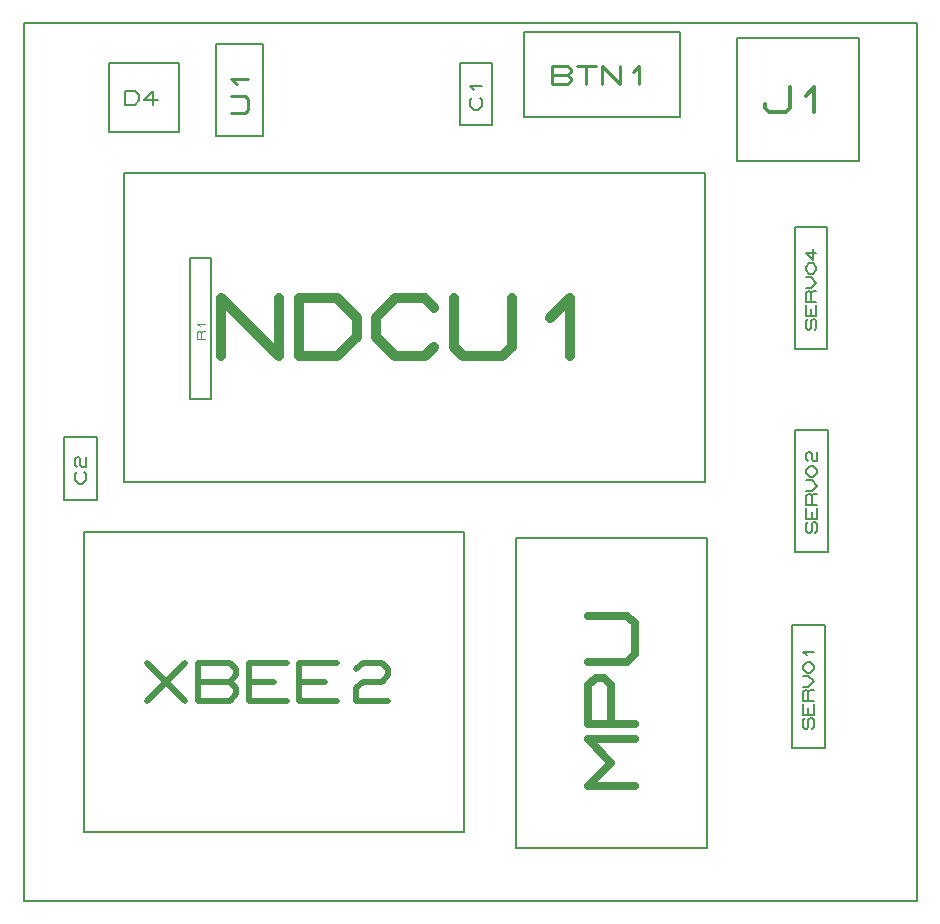
<source format=gbr>
G04 PROTEUS GERBER X2 FILE*
%TF.GenerationSoftware,Labcenter,Proteus,8.6-SP2-Build23525*%
%TF.CreationDate,2021-03-06T05:49:37+00:00*%
%TF.FileFunction,AssemblyDrawing,Top*%
%TF.FilePolarity,Positive*%
%TF.Part,Single*%
%FSLAX45Y45*%
%MOMM*%
G01*
%TA.AperFunction,Material*%
%ADD71C,0.203200*%
%ADD28C,0.820050*%
%ADD29C,0.264060*%
%ADD72C,0.106680*%
%ADD73C,0.197270*%
%ADD30C,0.148040*%
%TA.AperFunction,Profile*%
%ADD19C,0.203200*%
%TA.AperFunction,Material*%
%ADD31C,0.240790*%
%ADD32C,0.164590*%
%ADD33C,0.345440*%
%ADD34C,0.536880*%
%ADD35C,0.655080*%
%TD.AperFunction*%
D71*
X-3117601Y-2957620D02*
X+1802719Y-2957620D01*
X+1802719Y-337300D01*
X-3117601Y-337300D01*
X-3117601Y-2957620D01*
D28*
X-2297546Y-1893476D02*
X-2297546Y-1401444D01*
X-1805515Y-1893476D01*
X-1805515Y-1401444D01*
X-1641504Y-1893476D02*
X-1641504Y-1401444D01*
X-1313483Y-1401444D01*
X-1149473Y-1565455D01*
X-1149473Y-1729465D01*
X-1313483Y-1893476D01*
X-1641504Y-1893476D01*
X-493431Y-1811471D02*
X-575436Y-1893476D01*
X-821452Y-1893476D01*
X-985462Y-1729465D01*
X-985462Y-1565455D01*
X-821452Y-1401444D01*
X-575436Y-1401444D01*
X-493431Y-1483449D01*
X-329420Y-1401444D02*
X-329420Y-1811471D01*
X-247415Y-1893476D01*
X+80606Y-1893476D01*
X+162611Y-1811471D01*
X+162611Y-1401444D01*
X+490632Y-1565455D02*
X+654643Y-1401444D01*
X+654643Y-1893476D01*
D71*
X+265041Y+129840D02*
X+1585361Y+129840D01*
X+1585361Y+850160D01*
X+265041Y+850160D01*
X+265041Y+129840D01*
D29*
X+502699Y+410780D02*
X+502699Y+569219D01*
X+634730Y+569219D01*
X+661137Y+542812D01*
X+661137Y+516406D01*
X+634730Y+490000D01*
X+661137Y+463593D01*
X+661137Y+437187D01*
X+634730Y+410780D01*
X+502699Y+410780D01*
X+502699Y+490000D02*
X+634730Y+490000D01*
X+713950Y+569219D02*
X+872388Y+569219D01*
X+793169Y+569219D02*
X+793169Y+410780D01*
X+925201Y+410780D02*
X+925201Y+569219D01*
X+1083639Y+410780D01*
X+1083639Y+569219D01*
X+1189264Y+516406D02*
X+1242077Y+569219D01*
X+1242077Y+410780D01*
D71*
X-2558430Y-2258085D02*
X-2380630Y-2258085D01*
X-2380630Y-1064285D01*
X-2558430Y-1064285D01*
X-2558430Y-2258085D01*
D72*
X-2437526Y-1746529D02*
X-2501534Y-1746529D01*
X-2501534Y-1693189D01*
X-2490866Y-1682521D01*
X-2480198Y-1682521D01*
X-2469530Y-1693189D01*
X-2469530Y-1746529D01*
X-2469530Y-1693189D02*
X-2458862Y-1682521D01*
X-2437526Y-1682521D01*
X-2480198Y-1639849D02*
X-2501534Y-1618513D01*
X-2437526Y-1618513D01*
D71*
X-3247160Y+2340D02*
X-2655340Y+2340D01*
X-2655340Y+594160D01*
X-3247160Y+594160D01*
X-3247160Y+2340D01*
D73*
X-3109068Y+239068D02*
X-3109068Y+357432D01*
X-3030159Y+357432D01*
X-2990705Y+317977D01*
X-2990705Y+278523D01*
X-3030159Y+239068D01*
X-3109068Y+239068D01*
X-2832887Y+278523D02*
X-2951250Y+278523D01*
X-2872341Y+357432D01*
X-2872341Y+239068D01*
D71*
X+2537693Y-5206866D02*
X+2812013Y-5206866D01*
X+2812013Y-4170546D01*
X+2537693Y-4170546D01*
X+2537693Y-5206866D01*
D30*
X+2704462Y-5044014D02*
X+2719266Y-5029210D01*
X+2719266Y-4969992D01*
X+2704462Y-4955187D01*
X+2689657Y-4955187D01*
X+2674853Y-4969992D01*
X+2674853Y-5029210D01*
X+2660048Y-5044014D01*
X+2645244Y-5044014D01*
X+2630439Y-5029210D01*
X+2630439Y-4969992D01*
X+2645244Y-4955187D01*
X+2719266Y-4836751D02*
X+2719266Y-4925578D01*
X+2630439Y-4925578D01*
X+2630439Y-4836751D01*
X+2674853Y-4925578D02*
X+2674853Y-4866360D01*
X+2719266Y-4807142D02*
X+2630439Y-4807142D01*
X+2630439Y-4733120D01*
X+2645244Y-4718315D01*
X+2660048Y-4718315D01*
X+2674853Y-4733120D01*
X+2674853Y-4807142D01*
X+2674853Y-4733120D02*
X+2689657Y-4718315D01*
X+2719266Y-4718315D01*
X+2630439Y-4688706D02*
X+2674853Y-4688706D01*
X+2719266Y-4644293D01*
X+2674853Y-4599879D01*
X+2630439Y-4599879D01*
X+2660048Y-4570270D02*
X+2630439Y-4540661D01*
X+2630439Y-4511052D01*
X+2660048Y-4481443D01*
X+2689657Y-4481443D01*
X+2719266Y-4511052D01*
X+2719266Y-4540661D01*
X+2689657Y-4570270D01*
X+2660048Y-4570270D01*
X+2660048Y-4422225D02*
X+2630439Y-4392616D01*
X+2719266Y-4392616D01*
D71*
X+2565399Y-3549160D02*
X+2839719Y-3549160D01*
X+2839719Y-2512840D01*
X+2565399Y-2512840D01*
X+2565399Y-3549160D01*
D30*
X+2732168Y-3386308D02*
X+2746972Y-3371504D01*
X+2746972Y-3312286D01*
X+2732168Y-3297481D01*
X+2717363Y-3297481D01*
X+2702559Y-3312286D01*
X+2702559Y-3371504D01*
X+2687754Y-3386308D01*
X+2672950Y-3386308D01*
X+2658145Y-3371504D01*
X+2658145Y-3312286D01*
X+2672950Y-3297481D01*
X+2746972Y-3179045D02*
X+2746972Y-3267872D01*
X+2658145Y-3267872D01*
X+2658145Y-3179045D01*
X+2702559Y-3267872D02*
X+2702559Y-3208654D01*
X+2746972Y-3149436D02*
X+2658145Y-3149436D01*
X+2658145Y-3075414D01*
X+2672950Y-3060609D01*
X+2687754Y-3060609D01*
X+2702559Y-3075414D01*
X+2702559Y-3149436D01*
X+2702559Y-3075414D02*
X+2717363Y-3060609D01*
X+2746972Y-3060609D01*
X+2658145Y-3031000D02*
X+2702559Y-3031000D01*
X+2746972Y-2986587D01*
X+2702559Y-2942173D01*
X+2658145Y-2942173D01*
X+2687754Y-2912564D02*
X+2658145Y-2882955D01*
X+2658145Y-2853346D01*
X+2687754Y-2823737D01*
X+2717363Y-2823737D01*
X+2746972Y-2853346D01*
X+2746972Y-2882955D01*
X+2717363Y-2912564D01*
X+2687754Y-2912564D01*
X+2672950Y-2779324D02*
X+2658145Y-2764519D01*
X+2658145Y-2720106D01*
X+2672950Y-2705301D01*
X+2687754Y-2705301D01*
X+2702559Y-2720106D01*
X+2702559Y-2764519D01*
X+2717363Y-2779324D01*
X+2746972Y-2779324D01*
X+2746972Y-2705301D01*
D71*
X+2560281Y-1831160D02*
X+2834601Y-1831160D01*
X+2834601Y-794840D01*
X+2560281Y-794840D01*
X+2560281Y-1831160D01*
D30*
X+2727050Y-1668308D02*
X+2741854Y-1653504D01*
X+2741854Y-1594286D01*
X+2727050Y-1579481D01*
X+2712245Y-1579481D01*
X+2697441Y-1594286D01*
X+2697441Y-1653504D01*
X+2682636Y-1668308D01*
X+2667832Y-1668308D01*
X+2653027Y-1653504D01*
X+2653027Y-1594286D01*
X+2667832Y-1579481D01*
X+2741854Y-1461045D02*
X+2741854Y-1549872D01*
X+2653027Y-1549872D01*
X+2653027Y-1461045D01*
X+2697441Y-1549872D02*
X+2697441Y-1490654D01*
X+2741854Y-1431436D02*
X+2653027Y-1431436D01*
X+2653027Y-1357414D01*
X+2667832Y-1342609D01*
X+2682636Y-1342609D01*
X+2697441Y-1357414D01*
X+2697441Y-1431436D01*
X+2697441Y-1357414D02*
X+2712245Y-1342609D01*
X+2741854Y-1342609D01*
X+2653027Y-1313000D02*
X+2697441Y-1313000D01*
X+2741854Y-1268587D01*
X+2697441Y-1224173D01*
X+2653027Y-1224173D01*
X+2682636Y-1194564D02*
X+2653027Y-1164955D01*
X+2653027Y-1135346D01*
X+2682636Y-1105737D01*
X+2712245Y-1105737D01*
X+2741854Y-1135346D01*
X+2741854Y-1164955D01*
X+2712245Y-1194564D01*
X+2682636Y-1194564D01*
X+2712245Y-987301D02*
X+2712245Y-1076128D01*
X+2653027Y-1016910D01*
X+2741854Y-1016910D01*
D19*
X-3970000Y-6502559D02*
X+3592323Y-6502559D01*
X+3592323Y+932087D01*
X-3970000Y+932087D01*
X-3970000Y-6502559D01*
D71*
X-2341159Y-29160D02*
X-1939839Y-29160D01*
X-1939839Y+753160D01*
X-2341159Y+753160D01*
X-2341159Y-29160D01*
D31*
X-2212736Y+169367D02*
X-2092340Y+169367D01*
X-2068261Y+193446D01*
X-2068261Y+289762D01*
X-2092340Y+313841D01*
X-2212736Y+313841D01*
X-2164578Y+410158D02*
X-2212736Y+458316D01*
X-2068261Y+458316D01*
D71*
X-3625713Y-3107160D02*
X-3351393Y-3107160D01*
X-3351393Y-2578840D01*
X-3625713Y-2578840D01*
X-3625713Y-3107160D01*
D32*
X-3455634Y-2875919D02*
X-3439175Y-2892378D01*
X-3439175Y-2941755D01*
X-3472093Y-2974673D01*
X-3505012Y-2974673D01*
X-3537930Y-2941755D01*
X-3537930Y-2892378D01*
X-3521471Y-2875919D01*
X-3521471Y-2826541D02*
X-3537930Y-2810082D01*
X-3537930Y-2760705D01*
X-3521471Y-2744246D01*
X-3505012Y-2744246D01*
X-3488553Y-2760705D01*
X-3488553Y-2810082D01*
X-3472093Y-2826541D01*
X-3439175Y-2826541D01*
X-3439175Y-2744246D01*
D71*
X-277160Y+62840D02*
X-2840Y+62840D01*
X-2840Y+591160D01*
X-277160Y+591160D01*
X-277160Y+62840D01*
D32*
X-107081Y+294081D02*
X-90622Y+277622D01*
X-90622Y+228245D01*
X-123540Y+195327D01*
X-156459Y+195327D01*
X-189377Y+228245D01*
X-189377Y+277622D01*
X-172918Y+294081D01*
X-156459Y+359918D02*
X-189377Y+392836D01*
X-90622Y+392836D01*
D71*
X+2067840Y-238160D02*
X+3104160Y-238160D01*
X+3104160Y+798160D01*
X+2067840Y+798160D01*
X+2067840Y-238160D01*
D33*
X+2309648Y+245456D02*
X+2309648Y+210912D01*
X+2344192Y+176368D01*
X+2482368Y+176368D01*
X+2516912Y+210912D01*
X+2516912Y+383632D01*
X+2655088Y+314544D02*
X+2724176Y+383632D01*
X+2724176Y+176368D01*
D71*
X-3461141Y-5917500D02*
X-239840Y-5917500D01*
X-239840Y-3377180D01*
X-3461141Y-3377180D01*
X-3461141Y-5917500D01*
D34*
X-2924255Y-4486275D02*
X-2602126Y-4808405D01*
X-2924255Y-4808405D02*
X-2602126Y-4486275D01*
X-2494749Y-4808405D02*
X-2494749Y-4486275D01*
X-2226308Y-4486275D01*
X-2172620Y-4539963D01*
X-2172620Y-4593652D01*
X-2226308Y-4647340D01*
X-2172620Y-4701028D01*
X-2172620Y-4754717D01*
X-2226308Y-4808405D01*
X-2494749Y-4808405D01*
X-2494749Y-4647340D02*
X-2226308Y-4647340D01*
X-1743114Y-4808405D02*
X-2065243Y-4808405D01*
X-2065243Y-4486275D01*
X-1743114Y-4486275D01*
X-2065243Y-4647340D02*
X-1850490Y-4647340D01*
X-1313608Y-4808405D02*
X-1635737Y-4808405D01*
X-1635737Y-4486275D01*
X-1313608Y-4486275D01*
X-1635737Y-4647340D02*
X-1420984Y-4647340D01*
X-1152543Y-4539963D02*
X-1098855Y-4486275D01*
X-937790Y-4486275D01*
X-884102Y-4539963D01*
X-884102Y-4593652D01*
X-937790Y-4647340D01*
X-1098855Y-4647340D01*
X-1152543Y-4701028D01*
X-1152543Y-4808405D01*
X-884102Y-4808405D01*
D71*
X+197300Y-6053601D02*
X+1817620Y-6053601D01*
X+1817620Y-3433281D01*
X+197300Y-3433281D01*
X+197300Y-6053601D01*
D35*
X+1203984Y-5529537D02*
X+810936Y-5529537D01*
X+1007460Y-5333013D01*
X+810936Y-5136489D01*
X+1203984Y-5136489D01*
X+1203984Y-5005473D02*
X+810936Y-5005473D01*
X+810936Y-4677933D01*
X+876444Y-4612425D01*
X+941952Y-4612425D01*
X+1007460Y-4677933D01*
X+1007460Y-5005473D01*
X+810936Y-4481409D02*
X+1138476Y-4481409D01*
X+1203984Y-4415901D01*
X+1203984Y-4153869D01*
X+1138476Y-4088361D01*
X+810936Y-4088361D01*
M02*

</source>
